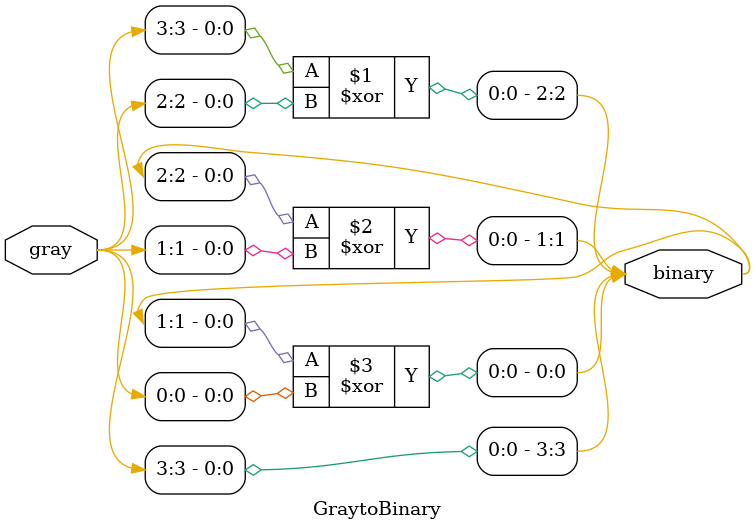
<source format=v>
module GraytoBinary(
	input [3:0] gray,
	output [3:0] binary);
assign binary[3] = gray[3];
assign binary[2] = binary[3] ^ gray[2];
assign binary[1] = binary[2] ^ gray[1];
assign binary[0] = binary[1] ^ gray[0];
endmodule

</source>
